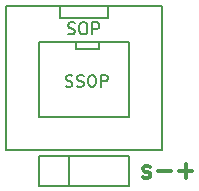
<source format=gto>
G04 (created by PCBNEW (2013-07-07 BZR 4022)-stable) date 16/01/2015 23:25:09*
%MOIN*%
G04 Gerber Fmt 3.4, Leading zero omitted, Abs format*
%FSLAX34Y34*%
G01*
G70*
G90*
G04 APERTURE LIST*
%ADD10C,0.00590551*%
%ADD11C,0.011811*%
%ADD12C,0.006*%
%ADD13C,0.0059*%
G04 APERTURE END LIST*
G54D10*
G54D11*
X56973Y-29510D02*
X57029Y-29539D01*
X57142Y-29539D01*
X57198Y-29510D01*
X57226Y-29454D01*
X57226Y-29426D01*
X57198Y-29370D01*
X57142Y-29342D01*
X57057Y-29342D01*
X57001Y-29314D01*
X56973Y-29257D01*
X56973Y-29229D01*
X57001Y-29173D01*
X57057Y-29145D01*
X57142Y-29145D01*
X57198Y-29173D01*
X57475Y-29314D02*
X57924Y-29314D01*
X58175Y-29314D02*
X58624Y-29314D01*
X58400Y-29539D02*
X58400Y-29089D01*
G54D10*
X54200Y-23800D02*
X54200Y-24200D01*
X55800Y-24200D02*
X54200Y-24200D01*
X55800Y-23800D02*
X55800Y-24200D01*
X57600Y-23800D02*
X52400Y-23800D01*
X57600Y-23800D02*
X57600Y-28600D01*
X57600Y-28600D02*
X52400Y-28600D01*
X52400Y-28600D02*
X52400Y-23800D01*
G54D12*
X53500Y-29800D02*
X53500Y-28800D01*
X53500Y-28800D02*
X56500Y-28800D01*
X56500Y-28800D02*
X56500Y-29800D01*
X56500Y-29800D02*
X53500Y-29800D01*
X54500Y-28800D02*
X54500Y-29800D01*
G54D10*
X55500Y-25000D02*
X55500Y-25250D01*
X55500Y-25250D02*
X54750Y-25250D01*
X54750Y-25250D02*
X54750Y-25000D01*
X56500Y-27500D02*
X56500Y-25000D01*
X56500Y-25000D02*
X53500Y-25000D01*
X53500Y-25000D02*
X53500Y-27500D01*
X53500Y-27500D02*
X56500Y-27500D01*
G54D13*
G54D12*
G54D10*
X54396Y-26490D02*
X54453Y-26509D01*
X54546Y-26509D01*
X54584Y-26490D01*
X54603Y-26471D01*
X54621Y-26434D01*
X54621Y-26396D01*
X54603Y-26359D01*
X54584Y-26340D01*
X54546Y-26321D01*
X54471Y-26303D01*
X54434Y-26284D01*
X54415Y-26265D01*
X54396Y-26228D01*
X54396Y-26190D01*
X54415Y-26153D01*
X54434Y-26134D01*
X54471Y-26115D01*
X54565Y-26115D01*
X54621Y-26134D01*
X54771Y-26490D02*
X54828Y-26509D01*
X54921Y-26509D01*
X54959Y-26490D01*
X54978Y-26471D01*
X54996Y-26434D01*
X54996Y-26396D01*
X54978Y-26359D01*
X54959Y-26340D01*
X54921Y-26321D01*
X54846Y-26303D01*
X54809Y-26284D01*
X54790Y-26265D01*
X54771Y-26228D01*
X54771Y-26190D01*
X54790Y-26153D01*
X54809Y-26134D01*
X54846Y-26115D01*
X54940Y-26115D01*
X54996Y-26134D01*
X55240Y-26115D02*
X55315Y-26115D01*
X55353Y-26134D01*
X55390Y-26171D01*
X55409Y-26246D01*
X55409Y-26378D01*
X55390Y-26453D01*
X55353Y-26490D01*
X55315Y-26509D01*
X55240Y-26509D01*
X55203Y-26490D01*
X55165Y-26453D01*
X55146Y-26378D01*
X55146Y-26246D01*
X55165Y-26171D01*
X55203Y-26134D01*
X55240Y-26115D01*
X55578Y-26509D02*
X55578Y-26115D01*
X55728Y-26115D01*
X55765Y-26134D01*
X55784Y-26153D01*
X55803Y-26190D01*
X55803Y-26246D01*
X55784Y-26284D01*
X55765Y-26303D01*
X55728Y-26321D01*
X55578Y-26321D01*
X54484Y-24740D02*
X54540Y-24759D01*
X54634Y-24759D01*
X54671Y-24740D01*
X54690Y-24721D01*
X54709Y-24684D01*
X54709Y-24646D01*
X54690Y-24609D01*
X54671Y-24590D01*
X54634Y-24571D01*
X54559Y-24553D01*
X54521Y-24534D01*
X54503Y-24515D01*
X54484Y-24478D01*
X54484Y-24440D01*
X54503Y-24403D01*
X54521Y-24384D01*
X54559Y-24365D01*
X54653Y-24365D01*
X54709Y-24384D01*
X54953Y-24365D02*
X55028Y-24365D01*
X55065Y-24384D01*
X55103Y-24421D01*
X55121Y-24496D01*
X55121Y-24628D01*
X55103Y-24703D01*
X55065Y-24740D01*
X55028Y-24759D01*
X54953Y-24759D01*
X54915Y-24740D01*
X54878Y-24703D01*
X54859Y-24628D01*
X54859Y-24496D01*
X54878Y-24421D01*
X54915Y-24384D01*
X54953Y-24365D01*
X55290Y-24759D02*
X55290Y-24365D01*
X55440Y-24365D01*
X55478Y-24384D01*
X55496Y-24403D01*
X55515Y-24440D01*
X55515Y-24496D01*
X55496Y-24534D01*
X55478Y-24553D01*
X55440Y-24571D01*
X55290Y-24571D01*
M02*

</source>
